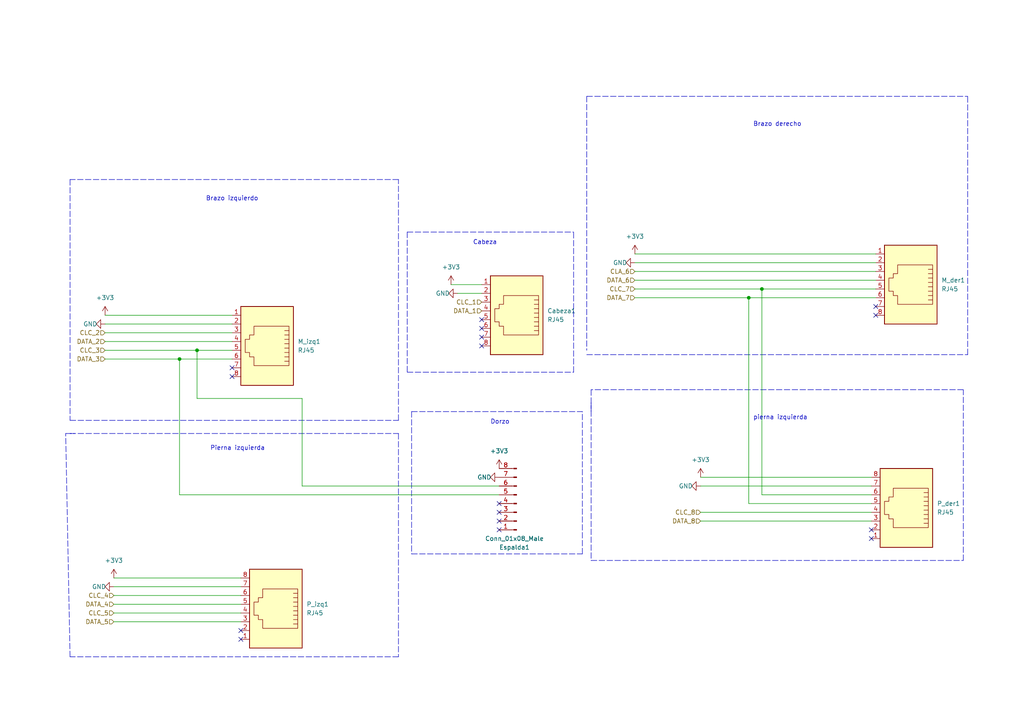
<source format=kicad_sch>
(kicad_sch (version 20211123) (generator eeschema)
  (paper "A4")
  (lib_symbols
    (symbol "Connector:Conn_01x08_Male" (pin_names (offset 1.016) hide)
      (property "Reference" "J" (at 0 10.16 0))
      (property "Value" "Conn_01x08_Male" (at 0 -12.7 0))
      (symbol "Conn_01x08_Male_1_1"
        (polyline (pts (xy 1.27 -10.16) (xy 0.8636 -10.16)) (stroke (width 0.1524)))
        (polyline (pts (xy 1.27 -7.62) (xy 0.8636 -7.62)) (stroke (width 0.1524)))
        (polyline (pts (xy 1.27 -5.08) (xy 0.8636 -5.08)) (stroke (width 0.1524)))
        (polyline (pts (xy 1.27 -2.54) (xy 0.8636 -2.54)) (stroke (width 0.1524)))
        (polyline (pts (xy 1.27 0) (xy 0.8636 0)) (stroke (width 0.1524)))
        (polyline (pts (xy 1.27 2.54) (xy 0.8636 2.54)) (stroke (width 0.1524)))
        (polyline (pts (xy 1.27 5.08) (xy 0.8636 5.08)) (stroke (width 0.1524)))
        (polyline (pts (xy 1.27 7.62) (xy 0.8636 7.62)) (stroke (width 0.1524)))
        (rectangle (start 0.8636 -10.033) (end 0 -10.287) (stroke (width 0.1524)) (fill (type outline)))
        (rectangle (start 0.8636 -7.493) (end 0 -7.747) (stroke (width 0.1524)) (fill (type outline)))
        (rectangle (start 0.8636 -4.953) (end 0 -5.207) (stroke (width 0.1524)) (fill (type outline)))
        (rectangle (start 0.8636 -2.413) (end 0 -2.667) (stroke (width 0.1524)) (fill (type outline)))
        (rectangle (start 0.8636 0.127) (end 0 -0.127) (stroke (width 0.1524)) (fill (type outline)))
        (rectangle (start 0.8636 2.667) (end 0 2.413) (stroke (width 0.1524)) (fill (type outline)))
        (rectangle (start 0.8636 5.207) (end 0 4.953) (stroke (width 0.1524)) (fill (type outline)))
        (rectangle (start 0.8636 7.747) (end 0 7.493) (stroke (width 0.1524)) (fill (type outline)))
        (pin passive line (at 5.08 7.62 180) (length 3.81) (name "Pin_1") (number "1"))
        (pin passive line (at 5.08 5.08 180) (length 3.81) (name "Pin_2") (number "2"))
        (pin passive line (at 5.08 2.54 180) (length 3.81) (name "Pin_3") (number "3"))
        (pin passive line (at 5.08 0 180) (length 3.81) (name "Pin_4") (number "4"))
        (pin passive line (at 5.08 -2.54 180) (length 3.81) (name "Pin_5") (number "5"))
        (pin passive line (at 5.08 -5.08 180) (length 3.81) (name "Pin_6") (number "6"))
        (pin passive line (at 5.08 -7.62 180) (length 3.81) (name "Pin_7") (number "7"))
        (pin passive line (at 5.08 -10.16 180) (length 3.81) (name "Pin_8") (number "8"))
      )
    )
    (symbol "Connector:RJ45" (pin_names (offset 1.016))
      (property "Reference" "J" (at -5.08 13.97 0))
      (property "Value" "RJ45" (at 2.54 13.97 0))
      (symbol "RJ45_0_1"
        (polyline (pts (xy -5.08 4.445) (xy -6.35 4.445)))
        (polyline (pts (xy -5.08 5.715) (xy -6.35 5.715)))
        (polyline (pts (xy -6.35 -3.175) (xy -5.08 -3.175) (xy -5.08 -3.175)))
        (polyline (pts (xy -6.35 -1.905) (xy -5.08 -1.905) (xy -5.08 -1.905)))
        (polyline (pts (xy -6.35 -0.635) (xy -5.08 -0.635) (xy -5.08 -0.635)))
        (polyline (pts (xy -6.35 0.635) (xy -5.08 0.635) (xy -5.08 0.635)))
        (polyline (pts (xy -6.35 1.905) (xy -5.08 1.905) (xy -5.08 1.905)))
        (polyline (pts (xy -5.08 3.175) (xy -6.35 3.175) (xy -6.35 3.175)))
        (polyline (pts (xy -6.35 -4.445) (xy -6.35 6.985) (xy 3.81 6.985) (xy 3.81 4.445) (xy 5.08 4.445) (xy 5.08 3.175) (xy 6.35 3.175) (xy 6.35 -0.635) (xy 5.08 -0.635) (xy 5.08 -1.905) (xy 3.81 -1.905) (xy 3.81 -4.445) (xy -6.35 -4.445) (xy -6.35 -4.445)))
        (rectangle (start 7.62 12.7) (end -7.62 -10.16) (stroke (width 0.254)) (fill (type background)))
      )
      (symbol "RJ45_1_1"
        (pin passive line (at 10.16 -7.62 180) (length 2.54) (name "~") (number "1"))
        (pin passive line (at 10.16 -5.08 180) (length 2.54) (name "~") (number "2"))
        (pin passive line (at 10.16 -2.54 180) (length 2.54) (name "~") (number "3"))
        (pin passive line (at 10.16 0 180) (length 2.54) (name "~") (number "4"))
        (pin passive line (at 10.16 2.54 180) (length 2.54) (name "~") (number "5"))
        (pin passive line (at 10.16 5.08 180) (length 2.54) (name "~") (number "6"))
        (pin passive line (at 10.16 7.62 180) (length 2.54) (name "~") (number "7"))
        (pin passive line (at 10.16 10.16 180) (length 2.54) (name "~") (number "8"))
      )
    )
    (symbol "power:+3.3V" (power) (pin_names (offset 0))
      (property "Value" "+3.3V" (at 0 3.556 0))
      (symbol "+3.3V_0_1"
        (polyline (pts (xy -0.762 1.27) (xy 0 2.54)))
        (polyline (pts (xy 0 0) (xy 0 2.54)))
        (polyline (pts (xy 0 2.54) (xy 0.762 1.27)))
      )
      (symbol "+3.3V_1_1"
        (pin power_in line (at 0 0 90) (length 0) hide (name "+3V3") (number "1"))
      )
    )
    (symbol "power:GND" (power) (pin_names (offset 0))
      (property "Value" "GND" (at 0 -3.81 0))
      (symbol "GND_0_1"
        (polyline (pts (xy 0 0) (xy 0 -1.27) (xy 1.27 -1.27) (xy 0 -2.54) (xy -1.27 -1.27) (xy 0 -1.27)))
      )
      (symbol "GND_1_1"
        (pin power_in line (at 0 0 270) (length 0) hide (name "GND") (number "1"))
      )
    )
  )
  (junction (at 220.98 83.82))
  (junction (at 57.15 101.6))
  (junction (at 52.07 104.14))
  (junction (at 217.17 86.36))
  (no_connect (at 252.73 153.67))
  (no_connect (at 252.73 156.21))
  (no_connect (at 69.85 185.42))
  (no_connect (at 69.85 182.88))
  (no_connect (at 67.31 106.68))
  (no_connect (at 67.31 109.22))
  (no_connect (at 254 88.9))
  (no_connect (at 254 91.44))
  (no_connect (at 144.78 146.05))
  (no_connect (at 144.78 148.59))
  (no_connect (at 144.78 151.13))
  (no_connect (at 144.78 153.67))
  (no_connect (at 139.7 95.25))
  (no_connect (at 139.7 97.79))
  (no_connect (at 139.7 100.33))
  (no_connect (at 139.7 92.71))
  (wire (pts (xy 220.98 83.82) (xy 220.98 143.51)))
  (polyline (pts (xy 20.32 121.92) (xy 115.57 121.92)))
  (wire (pts (xy 33.02 180.34) (xy 69.85 180.34)))
  (polyline (pts (xy 115.57 121.92) (xy 115.57 52.07)))
  (wire (pts (xy 203.2 138.43) (xy 252.73 138.43)))
  (polyline (pts (xy 115.57 190.5) (xy 20.32 190.5)))
  (wire (pts (xy 30.48 101.6) (xy 57.15 101.6)))
  (wire (pts (xy 87.63 115.57) (xy 57.15 115.57)))
  (wire (pts (xy 220.98 143.51) (xy 252.73 143.51)))
  (polyline (pts (xy 115.57 52.07) (xy 20.32 52.07)))
  (wire (pts (xy 203.2 148.59) (xy 252.73 148.59)))
  (polyline (pts (xy 119.38 119.38) (xy 168.91 119.38)))
  (wire (pts (xy 52.07 104.14) (xy 52.07 143.51)))
  (wire (pts (xy 57.15 101.6) (xy 67.31 101.6)))
  (polyline (pts (xy 170.18 102.87) (xy 280.67 102.87)))
  (wire (pts (xy 33.02 172.72) (xy 69.85 172.72)))
  (polyline (pts (xy 20.32 125.73) (xy 115.57 125.73)))
  (wire (pts (xy 217.17 86.36) (xy 217.17 146.05)))
  (polyline (pts (xy 279.4 113.03) (xy 171.45 113.03)))
  (wire (pts (xy 30.48 93.98) (xy 67.31 93.98)))
  (wire (pts (xy 87.63 140.97) (xy 144.78 140.97)))
  (wire (pts (xy 203.2 151.13) (xy 252.73 151.13)))
  (wire (pts (xy 52.07 104.14) (xy 67.31 104.14)))
  (wire (pts (xy 144.78 143.51) (xy 52.07 143.51)))
  (wire (pts (xy 30.48 99.06) (xy 67.31 99.06)))
  (wire (pts (xy 217.17 86.36) (xy 254 86.36)))
  (polyline (pts (xy 20.32 190.5) (xy 19.05 125.73)))
  (polyline (pts (xy 19.05 125.73) (xy 21.59 125.73)))
  (polyline (pts (xy 118.11 107.95) (xy 166.37 107.95)))
  (wire (pts (xy 184.15 83.82) (xy 220.98 83.82)))
  (polyline (pts (xy 20.32 52.07) (xy 20.32 121.92)))
  (polyline (pts (xy 171.45 113.03) (xy 171.45 119.38)))
  (wire (pts (xy 217.17 146.05) (xy 252.73 146.05)))
  (polyline (pts (xy 279.4 162.56) (xy 279.4 113.03)))
  (polyline (pts (xy 171.45 116.84) (xy 171.45 162.56)))
  (polyline (pts (xy 118.11 67.31) (xy 166.37 67.31)))
  (wire (pts (xy 132.715 85.09) (xy 139.7 85.09)))
  (wire (pts (xy 184.15 76.2) (xy 254 76.2)))
  (polyline (pts (xy 118.11 67.31) (xy 118.11 107.95)))
  (polyline (pts (xy 166.37 107.95) (xy 166.37 67.31)))
  (wire (pts (xy 184.15 73.66) (xy 254 73.66)))
  (wire (pts (xy 30.48 104.14) (xy 52.07 104.14)))
  (polyline (pts (xy 119.38 119.38) (xy 119.38 160.655)))
  (polyline (pts (xy 280.67 102.87) (xy 280.67 27.94)))
  (polyline (pts (xy 168.91 160.655) (xy 168.91 119.38)))
  (wire (pts (xy 33.02 177.8) (xy 69.85 177.8)))
  (wire (pts (xy 184.15 78.74) (xy 254 78.74)))
  (wire (pts (xy 57.15 101.6) (xy 57.15 115.57)))
  (wire (pts (xy 33.02 175.26) (xy 69.85 175.26)))
  (polyline (pts (xy 170.18 27.94) (xy 280.67 27.94)))
  (wire (pts (xy 220.98 83.82) (xy 254 83.82)))
  (polyline (pts (xy 119.38 160.655) (xy 168.91 160.655)))
  (polyline (pts (xy 115.57 125.73) (xy 115.57 190.5)))
  (wire (pts (xy 33.02 167.64) (xy 69.85 167.64)))
  (polyline (pts (xy 170.18 27.94) (xy 170.18 101.6)))
  (polyline (pts (xy 171.45 162.56) (xy 279.4 162.56)))
  (wire (pts (xy 30.48 91.44) (xy 67.31 91.44)))
  (wire (pts (xy 184.15 86.36) (xy 217.17 86.36)))
  (wire (pts (xy 130.81 82.55) (xy 139.7 82.55)))
  (wire (pts (xy 87.63 140.97) (xy 87.63 115.57)))
  (wire (pts (xy 203.2 140.97) (xy 252.73 140.97)))
  (wire (pts (xy 33.02 170.18) (xy 69.85 170.18)))
  (wire (pts (xy 30.48 96.52) (xy 67.31 96.52)))
  (wire (pts (xy 184.15 81.28) (xy 254 81.28)))
  (text "Brazo izquierdo\n" (at 59.69 58.42 0) (effects (font (size 1.27 1.27)) (justify left bottom)))
  (text "pierna izquierda\n" (at 218.44 121.92 0) (effects (font (size 1.27 1.27)) (justify left bottom)))
  (text "Pierna izquierda\n" (at 60.96 130.81 0) (effects (font (size 1.27 1.27)) (justify left bottom)))
  (text "Cabeza\n" (at 137.16 71.12 0) (effects (font (size 1.27 1.27)) (justify left bottom)))
  (text "Brazo derecho\n" (at 218.44 36.83 0) (effects (font (size 1.27 1.27)) (justify left bottom)))
  (text "Dorzo\n" (at 142.24 123.19 0) (effects (font (size 1.27 1.27)) (justify left bottom)))
  (hierarchical_label "DATA_2" (shape input) (at 30.48 99.06 180))
  (hierarchical_label "DATA_7" (shape input) (at 184.15 86.36 180))
  (hierarchical_label "DATA_8" (shape input) (at 203.2 151.13 180))
  (hierarchical_label "DATA_5" (shape input) (at 33.02 180.34 180))
  (hierarchical_label "CLC_7" (shape input) (at 184.15 83.82 180))
  (hierarchical_label "CLC_2" (shape input) (at 30.48 96.52 180))
  (hierarchical_label "CLC_5" (shape input) (at 33.02 177.8 180))
  (hierarchical_label "CLC_3" (shape input) (at 30.48 101.6 180))
  (hierarchical_label "CLC_4" (shape input) (at 33.02 172.72 180))
  (hierarchical_label "DATA_4" (shape input) (at 33.02 175.26 180))
  (hierarchical_label "CLC_8" (shape input) (at 203.2 148.59 180))
  (hierarchical_label "CLC_1" (shape input) (at 139.7 87.63 180))
  (hierarchical_label "DATA_6" (shape input) (at 184.15 81.28 180))
  (hierarchical_label "DATA_1" (shape input) (at 139.7 90.17 180))
  (hierarchical_label "CLA_6" (shape input) (at 184.15 78.74 180))
  (hierarchical_label "DATA_3" (shape input) (at 30.48 104.14 180))
  (symbol (lib_id "power:+3.3V") (at 130.81 82.55 0) (unit 1)
    (property "Reference" "#PWR0130" (effects hide))
    (property "Value" "+3.3V" (at 130.81 77.47 0))
  )
  (symbol (lib_id "Connector:RJ45") (at 77.47 99.06 180) (unit 1)
    (property "Reference" "M_izq1" (at 86.36 99.0599 0) (effects (justify right)))
    (property "Value" "RJ45" (at 86.36 101.5999 0) (effects (justify right)))
    (property "Footprint" "Connector_RJ:RJ45_Amphenol_54602-x08_Horizontal" (effects hide))
  )
  (symbol (lib_id "power:+3.3V") (at 30.48 91.44 0) (unit 1)
    (property "Reference" "#PWR0125" (effects hide))
    (property "Value" "+3.3V" (at 30.48 86.36 0))
  )
  (symbol (lib_id "Connector:RJ45") (at 80.01 177.8 0) (mirror y) (unit 1)
    (property "Reference" "P_izq1" (at 88.9 175.2599 0) (effects (justify right)))
    (property "Value" "RJ45" (at 88.9 177.7999 0) (effects (justify right)))
    (property "Footprint" "Connector_RJ:RJ45_Amphenol_54602-x08_Horizontal" (effects hide))
  )
  (symbol (lib_id "power:+3.3V") (at 144.78 135.89 0) (unit 1)
    (property "Reference" "#PWR0133" (effects hide))
    (property "Value" "+3.3V" (at 144.78 130.81 0))
  )
  (symbol (lib_id "power:GND") (at 132.715 85.09 270) (unit 1)
    (property "Reference" "#PWR0131" (effects hide))
    (property "Value" "GND" (at 126.365 85.09 90) (effects (justify left)))
  )
  (symbol (lib_id "Connector:RJ45") (at 149.86 90.17 180) (unit 1)
    (property "Reference" "Cabeza1" (at 158.75 90.1699 0) (effects (justify right)))
    (property "Value" "RJ45" (at 158.75 92.7099 0) (effects (justify right)))
    (property "Footprint" "Connector_RJ:RJ45_Amphenol_54602-x08_Horizontal" (effects hide))
  )
  (symbol (lib_id "power:GND") (at 30.48 93.98 270) (unit 1)
    (property "Reference" "#PWR0124" (effects hide))
    (property "Value" "GND" (at 24.13 93.98 90) (effects (justify left)))
  )
  (symbol (lib_id "power:GND") (at 33.02 170.18 270) (unit 1)
    (property "Reference" "#PWR0121" (effects hide))
    (property "Value" "GND" (at 26.67 170.18 90) (effects (justify left)))
  )
  (symbol (lib_id "power:+3.3V") (at 203.2 138.43 0) (unit 1)
    (property "Reference" "#PWR0128" (effects hide))
    (property "Value" "+3.3V" (at 203.2 133.35 0))
  )
  (symbol (lib_id "Connector:Conn_01x08_Male") (at 149.86 146.05 180) (unit 1)
    (property "Reference" "Espalda1" (at 149.225 158.75 0))
    (property "Value" "Conn_01x08_Male" (at 149.225 156.21 0))
    (property "Footprint" "Connector_PinHeader_2.54mm:PinHeader_1x08_P2.54mm_Vertical" (effects hide))
  )
  (symbol (lib_id "power:+3.3V") (at 33.02 167.64 0) (unit 1)
    (property "Reference" "#PWR0122" (effects hide))
    (property "Value" "+3.3V" (at 33.02 162.56 0))
  )
  (symbol (lib_id "power:GND") (at 184.15 76.2 270) (unit 1)
    (property "Reference" "#PWR0136" (effects hide))
    (property "Value" "GND" (at 177.8 76.2 90) (effects (justify left)))
  )
  (symbol (lib_id "power:GND") (at 203.2 140.97 270) (unit 1)
    (property "Reference" "#PWR0129" (effects hide))
    (property "Value" "GND" (at 196.85 140.97 90) (effects (justify left)))
  )
  (symbol (lib_id "power:+3.3V") (at 184.15 73.66 0) (unit 1)
    (property "Reference" "#PWR0137" (effects hide))
    (property "Value" "+3.3V" (at 184.15 68.58 0))
  )
  (symbol (lib_id "Connector:RJ45") (at 262.89 148.59 0) (mirror y) (unit 1)
    (property "Reference" "P_der1" (at 271.78 146.0499 0) (effects (justify right)))
    (property "Value" "RJ45" (at 271.78 148.5899 0) (effects (justify right)))
    (property "Footprint" "Connector_RJ:RJ45_Amphenol_54602-x08_Horizontal" (effects hide))
  )
  (symbol (lib_id "Connector:RJ45") (at 264.16 81.28 180) (unit 1)
    (property "Reference" "M_der1" (at 273.05 81.2799 0) (effects (justify right)))
    (property "Value" "RJ45" (at 273.05 83.8199 0) (effects (justify right)))
    (property "Footprint" "Connector_RJ:RJ45_Amphenol_54602-x08_Horizontal" (effects hide))
  )
  (symbol (lib_id "power:GND") (at 144.78 138.43 270) (unit 1)
    (property "Reference" "#PWR0132" (effects hide))
    (property "Value" "GND" (at 138.43 138.43 90) (effects (justify left)))
  )
)
</source>
